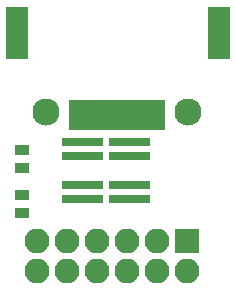
<source format=gts>
G04 #@! TF.FileFunction,Soldermask,Top*
%FSLAX46Y46*%
G04 Gerber Fmt 4.6, Leading zero omitted, Abs format (unit mm)*
G04 Created by KiCad (PCBNEW 4.0.4-stable) date 05/23/17 22:39:59*
%MOMM*%
%LPD*%
G01*
G04 APERTURE LIST*
%ADD10C,0.100000*%
%ADD11R,1.900000X4.400000*%
%ADD12C,1.300000*%
%ADD13C,2.300000*%
%ADD14R,1.000000X2.500000*%
%ADD15R,1.300000X0.900000*%
%ADD16R,1.050000X0.800000*%
%ADD17R,0.850000X0.800000*%
%ADD18R,2.100000X2.100000*%
%ADD19O,2.100000X2.100000*%
G04 APERTURE END LIST*
D10*
D11*
X18349500Y21660500D03*
D12*
X18349500Y21660500D03*
D13*
X15749500Y14920500D03*
X3759500Y14920500D03*
D14*
X6149500Y14680500D03*
X7169500Y14680500D03*
X8189500Y14680500D03*
X9209500Y14680500D03*
X10229500Y14680500D03*
X11249500Y14680500D03*
X12269500Y14680500D03*
X13289500Y14680500D03*
D12*
X1249500Y21660500D03*
D11*
X1249500Y21660500D03*
D15*
X1714500Y11735500D03*
X1714500Y10235500D03*
X1714500Y7925500D03*
X1714500Y6425500D03*
D16*
X9594500Y12410500D03*
X9594500Y11210500D03*
X11994500Y12410500D03*
X11994500Y11210500D03*
D17*
X10394500Y12410500D03*
X11194500Y12410500D03*
X11194500Y11210500D03*
X10394500Y11210500D03*
D16*
X9594500Y8791500D03*
X9594500Y7591500D03*
X11994500Y8791500D03*
X11994500Y7591500D03*
D17*
X10394500Y8791500D03*
X11194500Y8791500D03*
X11194500Y7591500D03*
X10394500Y7591500D03*
D16*
X5594500Y12410500D03*
X5594500Y11210500D03*
X7994500Y12410500D03*
X7994500Y11210500D03*
D17*
X6394500Y12410500D03*
X7194500Y12410500D03*
X7194500Y11210500D03*
X6394500Y11210500D03*
D16*
X5594500Y8791500D03*
X5594500Y7591500D03*
X7994500Y8791500D03*
X7994500Y7591500D03*
D17*
X6394500Y8791500D03*
X7194500Y8791500D03*
X7194500Y7591500D03*
X6394500Y7591500D03*
D18*
X15684500Y4064500D03*
D19*
X15684500Y1524500D03*
X13144500Y4064500D03*
X13144500Y1524500D03*
X10604500Y4064500D03*
X10604500Y1524500D03*
X8064500Y4064500D03*
X8064500Y1524500D03*
X5524500Y4064500D03*
X5524500Y1524500D03*
X2984500Y4064500D03*
X2984500Y1524500D03*
M02*

</source>
